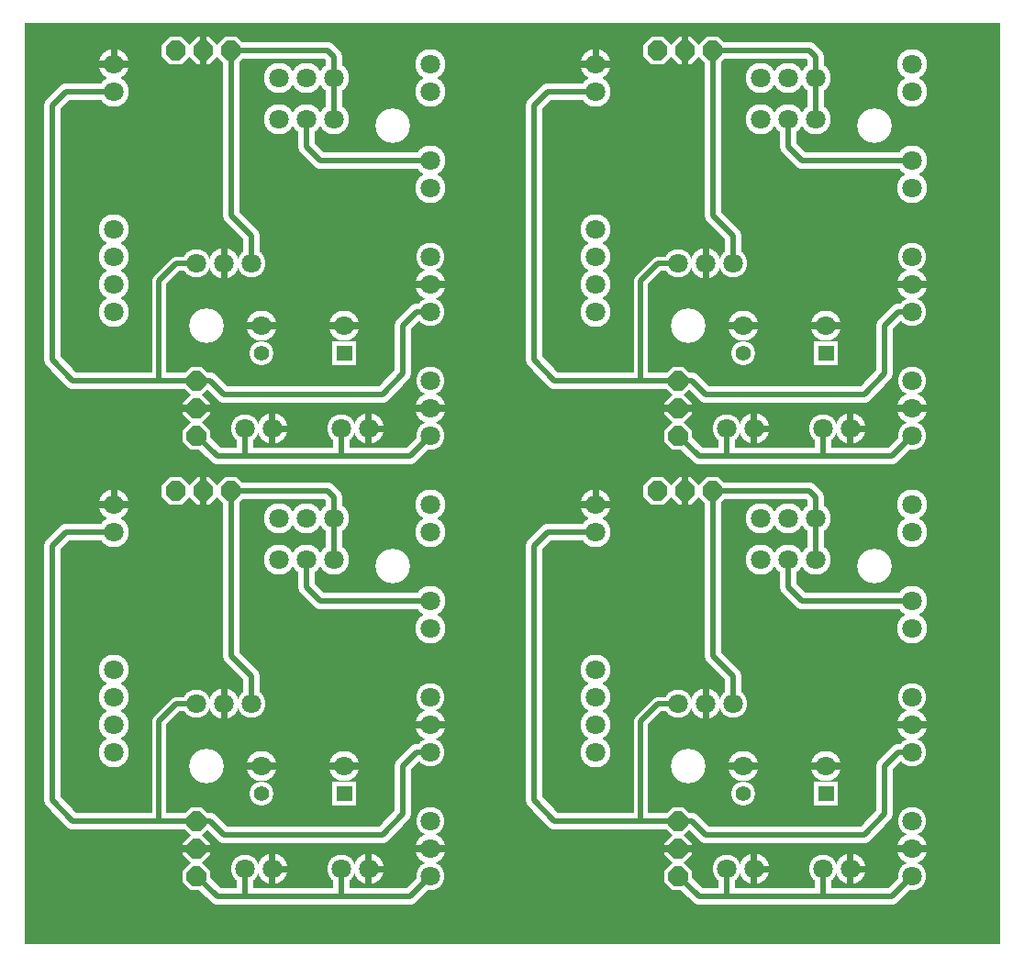
<source format=gbr>
%FSLAX34Y34*%
%MOMM*%
%LNCOPPER_BOTTOM*%
G71*
G01*
%ADD10C, 2.600*%
%ADD11C, 2.200*%
%ADD12C, 2.800*%
%ADD13C, 1.500*%
%ADD14C, 3.200*%
%ADD15C, 1.300*%
%ADD16C, 0.600*%
%ADD17C, 1.800*%
%ADD18C, 1.400*%
%ADD19C, 0.500*%
%LPD*%
G36*
X-6350Y9525D02*
X893650Y9525D01*
X893650Y-840475D01*
X-6350Y-840475D01*
X-6350Y9525D01*
G37*
%LPC*%
G36*
X147005Y-384475D02*
X139400Y-376870D01*
X139400Y-366080D01*
X147005Y-358475D01*
X157795Y-358475D01*
X165400Y-366080D01*
X165400Y-376870D01*
X157795Y-384475D01*
X147005Y-384475D01*
G37*
G36*
X147005Y-359075D02*
X139400Y-351470D01*
X139400Y-340680D01*
X147005Y-333075D01*
X157795Y-333075D01*
X165400Y-340680D01*
X165400Y-351470D01*
X157795Y-359075D01*
X147005Y-359075D01*
G37*
G36*
X147005Y-333675D02*
X139400Y-326070D01*
X139400Y-315280D01*
X147005Y-307675D01*
X157795Y-307675D01*
X165400Y-315280D01*
X165400Y-326070D01*
X157795Y-333675D01*
X147005Y-333675D01*
G37*
G36*
X147005Y-359075D02*
X139400Y-351470D01*
X139400Y-340680D01*
X147005Y-333075D01*
X157795Y-333075D01*
X165400Y-340680D01*
X165400Y-351470D01*
X157795Y-359075D01*
X147005Y-359075D01*
G37*
X152400Y-212724D02*
G54D10*
D03*
X177800Y-212724D02*
G54D10*
D03*
X203200Y-212724D02*
G54D10*
D03*
X368300Y-320675D02*
G54D10*
D03*
X368300Y-346075D02*
G54D10*
D03*
X368300Y-371475D02*
G54D10*
D03*
X368300Y-206375D02*
G54D10*
D03*
X368300Y-231775D02*
G54D10*
D03*
X368300Y-257175D02*
G54D10*
D03*
G36*
X277925Y-306275D02*
X277925Y-284275D01*
X299925Y-284275D01*
X299925Y-306275D01*
X277925Y-306275D01*
G37*
X288925Y-269875D02*
G54D11*
D03*
X212725Y-269875D02*
G54D11*
D03*
X212725Y-295275D02*
G54D11*
D03*
X285750Y-365125D02*
G54D10*
D03*
X311150Y-365125D02*
G54D10*
D03*
X76200Y-53975D02*
G54D12*
D03*
X76200Y-28575D02*
G54D12*
D03*
X368300Y-28575D02*
G54D12*
D03*
X368300Y-53975D02*
G54D12*
D03*
X368300Y-117475D02*
G54D12*
D03*
X368300Y-142875D02*
G54D12*
D03*
G36*
X197150Y-21270D02*
X189545Y-28875D01*
X178755Y-28875D01*
X171150Y-21270D01*
X171150Y-10480D01*
X178755Y-2875D01*
X189545Y-2875D01*
X197150Y-10480D01*
X197150Y-21270D01*
G37*
G36*
X171750Y-21270D02*
X164145Y-28875D01*
X153355Y-28875D01*
X145750Y-21270D01*
X145750Y-10480D01*
X153355Y-2875D01*
X164145Y-2875D01*
X171750Y-10480D01*
X171750Y-21270D01*
G37*
G36*
X146350Y-21270D02*
X138745Y-28875D01*
X127955Y-28875D01*
X120350Y-21270D01*
X120350Y-10480D01*
X127955Y-2875D01*
X138745Y-2875D01*
X146350Y-10480D01*
X146350Y-21270D01*
G37*
G36*
X171750Y-21270D02*
X164145Y-28875D01*
X153355Y-28875D01*
X145750Y-21270D01*
X145750Y-10480D01*
X153355Y-2875D01*
X164145Y-2875D01*
X171750Y-10480D01*
X171750Y-21270D01*
G37*
X196850Y-365125D02*
G54D10*
D03*
X222250Y-365125D02*
G54D10*
D03*
X76200Y-180975D02*
G54D12*
D03*
X76200Y-206375D02*
G54D12*
D03*
X76200Y-231775D02*
G54D12*
D03*
X76200Y-257175D02*
G54D12*
D03*
X279400Y-41275D02*
G54D12*
D03*
X254000Y-41275D02*
G54D12*
D03*
X228600Y-41275D02*
G54D12*
D03*
X279400Y-79375D02*
G54D12*
D03*
X254000Y-79375D02*
G54D12*
D03*
X228600Y-79375D02*
G54D12*
D03*
G54D13*
X152400Y-371475D02*
X171450Y-390525D01*
X349250Y-390525D01*
X368300Y-371475D01*
G54D13*
X196850Y-365125D02*
X196850Y-390525D01*
G54D13*
X285750Y-365125D02*
X285750Y-390525D01*
G54D13*
X184150Y-15875D02*
X273050Y-15875D01*
X279400Y-22225D01*
X279400Y-79375D01*
G54D13*
X254000Y-79375D02*
X254000Y-104775D01*
X266700Y-117475D01*
X368300Y-117475D01*
G54D13*
X152400Y-320675D02*
X165100Y-320675D01*
X177800Y-333375D01*
X323850Y-333375D01*
X342900Y-314325D01*
X342900Y-269875D01*
X355600Y-257175D01*
X368300Y-257175D01*
G54D13*
X76200Y-53975D02*
X31750Y-53975D01*
X19050Y-66675D01*
X19050Y-301625D01*
X38100Y-320675D01*
X152400Y-320675D01*
G54D13*
X184150Y-15875D02*
X184150Y-168275D01*
X203200Y-187325D01*
X203200Y-215900D01*
X368300Y-231775D02*
G54D12*
D03*
X368300Y-346075D02*
G54D12*
D03*
X311150Y-365125D02*
G54D12*
D03*
X222250Y-365125D02*
G54D12*
D03*
X76200Y-28575D02*
G54D12*
D03*
X288925Y-269875D02*
G54D12*
D03*
X212725Y-269875D02*
G54D12*
D03*
X177800Y-212725D02*
G54D12*
D03*
X161925Y-269875D02*
G54D14*
D03*
X333375Y-85725D02*
G54D14*
D03*
G54D15*
X152400Y-212724D02*
X133351Y-212724D01*
X117475Y-228600D01*
X117475Y-320675D01*
G36*
X591505Y-384475D02*
X583900Y-376870D01*
X583900Y-366080D01*
X591505Y-358475D01*
X602295Y-358475D01*
X609900Y-366080D01*
X609900Y-376870D01*
X602295Y-384475D01*
X591505Y-384475D01*
G37*
G36*
X591505Y-359075D02*
X583900Y-351470D01*
X583900Y-340680D01*
X591505Y-333075D01*
X602295Y-333075D01*
X609900Y-340680D01*
X609900Y-351470D01*
X602295Y-359075D01*
X591505Y-359075D01*
G37*
G36*
X591505Y-333675D02*
X583900Y-326070D01*
X583900Y-315280D01*
X591505Y-307675D01*
X602295Y-307675D01*
X609900Y-315280D01*
X609900Y-326070D01*
X602295Y-333675D01*
X591505Y-333675D01*
G37*
G36*
X591505Y-359075D02*
X583900Y-351470D01*
X583900Y-340680D01*
X591505Y-333075D01*
X602295Y-333075D01*
X609900Y-340680D01*
X609900Y-351470D01*
X602295Y-359075D01*
X591505Y-359075D01*
G37*
X596900Y-212724D02*
G54D10*
D03*
X622300Y-212724D02*
G54D10*
D03*
X647700Y-212724D02*
G54D10*
D03*
X812800Y-320675D02*
G54D10*
D03*
X812800Y-346075D02*
G54D10*
D03*
X812800Y-371475D02*
G54D10*
D03*
X812800Y-206375D02*
G54D10*
D03*
X812800Y-231775D02*
G54D10*
D03*
X812800Y-257175D02*
G54D10*
D03*
G36*
X722425Y-306275D02*
X722425Y-284275D01*
X744425Y-284275D01*
X744425Y-306275D01*
X722425Y-306275D01*
G37*
X733425Y-269875D02*
G54D11*
D03*
X657225Y-269875D02*
G54D11*
D03*
X657225Y-295275D02*
G54D11*
D03*
X730250Y-365125D02*
G54D10*
D03*
X755650Y-365125D02*
G54D10*
D03*
X520700Y-53975D02*
G54D12*
D03*
X520700Y-28575D02*
G54D12*
D03*
X812800Y-28575D02*
G54D12*
D03*
X812800Y-53975D02*
G54D12*
D03*
X812800Y-117475D02*
G54D12*
D03*
X812800Y-142875D02*
G54D12*
D03*
G36*
X641650Y-21270D02*
X634045Y-28875D01*
X623255Y-28875D01*
X615650Y-21270D01*
X615650Y-10480D01*
X623255Y-2875D01*
X634045Y-2875D01*
X641650Y-10480D01*
X641650Y-21270D01*
G37*
G36*
X616250Y-21270D02*
X608645Y-28875D01*
X597855Y-28875D01*
X590250Y-21270D01*
X590250Y-10480D01*
X597855Y-2875D01*
X608645Y-2875D01*
X616250Y-10480D01*
X616250Y-21270D01*
G37*
G36*
X590850Y-21270D02*
X583245Y-28875D01*
X572455Y-28875D01*
X564850Y-21270D01*
X564850Y-10480D01*
X572455Y-2875D01*
X583245Y-2875D01*
X590850Y-10480D01*
X590850Y-21270D01*
G37*
G36*
X616250Y-21270D02*
X608645Y-28875D01*
X597855Y-28875D01*
X590250Y-21270D01*
X590250Y-10480D01*
X597855Y-2875D01*
X608645Y-2875D01*
X616250Y-10480D01*
X616250Y-21270D01*
G37*
X641350Y-365125D02*
G54D10*
D03*
X666750Y-365125D02*
G54D10*
D03*
X520700Y-180975D02*
G54D12*
D03*
X520700Y-206375D02*
G54D12*
D03*
X520700Y-231775D02*
G54D12*
D03*
X520700Y-257175D02*
G54D12*
D03*
X723900Y-41275D02*
G54D12*
D03*
X698500Y-41275D02*
G54D12*
D03*
X673100Y-41275D02*
G54D12*
D03*
X723900Y-79375D02*
G54D12*
D03*
X698500Y-79375D02*
G54D12*
D03*
X673100Y-79375D02*
G54D12*
D03*
G54D13*
X596900Y-371475D02*
X615950Y-390525D01*
X793750Y-390525D01*
X812800Y-371475D01*
G54D13*
X641350Y-365125D02*
X641350Y-390525D01*
G54D13*
X730250Y-365125D02*
X730250Y-390525D01*
G54D13*
X628650Y-15875D02*
X717550Y-15875D01*
X723900Y-22225D01*
X723900Y-79375D01*
G54D13*
X698500Y-79375D02*
X698500Y-104775D01*
X711200Y-117475D01*
X812800Y-117475D01*
G54D13*
X596900Y-320675D02*
X609600Y-320675D01*
X622300Y-333375D01*
X768350Y-333375D01*
X787400Y-314325D01*
X787400Y-269875D01*
X800100Y-257175D01*
X812800Y-257175D01*
G54D13*
X520700Y-53975D02*
X476250Y-53975D01*
X463550Y-66675D01*
X463550Y-301625D01*
X482600Y-320675D01*
X596900Y-320675D01*
G54D13*
X628650Y-15875D02*
X628650Y-168275D01*
X647700Y-187325D01*
X647700Y-215900D01*
X812800Y-231775D02*
G54D12*
D03*
X812800Y-346075D02*
G54D12*
D03*
X755650Y-365125D02*
G54D12*
D03*
X666750Y-365125D02*
G54D12*
D03*
X520700Y-28575D02*
G54D12*
D03*
X733425Y-269875D02*
G54D12*
D03*
X657225Y-269875D02*
G54D12*
D03*
X622300Y-212725D02*
G54D12*
D03*
X606425Y-269875D02*
G54D14*
D03*
X777875Y-85725D02*
G54D14*
D03*
G54D15*
X596900Y-212724D02*
X577851Y-212724D01*
X561975Y-228600D01*
X561975Y-320675D01*
G36*
X147005Y-790875D02*
X139400Y-783270D01*
X139400Y-772480D01*
X147005Y-764875D01*
X157795Y-764875D01*
X165400Y-772480D01*
X165400Y-783270D01*
X157795Y-790875D01*
X147005Y-790875D01*
G37*
G36*
X147005Y-765475D02*
X139400Y-757870D01*
X139400Y-747080D01*
X147005Y-739475D01*
X157795Y-739475D01*
X165400Y-747080D01*
X165400Y-757870D01*
X157795Y-765475D01*
X147005Y-765475D01*
G37*
G36*
X147005Y-740075D02*
X139400Y-732470D01*
X139400Y-721680D01*
X147005Y-714075D01*
X157795Y-714075D01*
X165400Y-721680D01*
X165400Y-732470D01*
X157795Y-740075D01*
X147005Y-740075D01*
G37*
G36*
X147005Y-765475D02*
X139400Y-757870D01*
X139400Y-747080D01*
X147005Y-739475D01*
X157795Y-739475D01*
X165400Y-747080D01*
X165400Y-757870D01*
X157795Y-765475D01*
X147005Y-765475D01*
G37*
X152400Y-619124D02*
G54D10*
D03*
X177800Y-619124D02*
G54D10*
D03*
X203200Y-619124D02*
G54D10*
D03*
X368300Y-727075D02*
G54D10*
D03*
X368300Y-752475D02*
G54D10*
D03*
X368300Y-777875D02*
G54D10*
D03*
X368300Y-612775D02*
G54D10*
D03*
X368300Y-638175D02*
G54D10*
D03*
X368300Y-663575D02*
G54D10*
D03*
G36*
X277925Y-712675D02*
X277925Y-690675D01*
X299925Y-690675D01*
X299925Y-712675D01*
X277925Y-712675D01*
G37*
X288925Y-676275D02*
G54D11*
D03*
X212725Y-676275D02*
G54D11*
D03*
X212725Y-701675D02*
G54D11*
D03*
X285750Y-771525D02*
G54D10*
D03*
X311150Y-771525D02*
G54D10*
D03*
X76200Y-460375D02*
G54D12*
D03*
X76200Y-434975D02*
G54D12*
D03*
X368300Y-434975D02*
G54D12*
D03*
X368300Y-460375D02*
G54D12*
D03*
X368300Y-523875D02*
G54D12*
D03*
X368300Y-549275D02*
G54D12*
D03*
G36*
X197150Y-427670D02*
X189545Y-435275D01*
X178755Y-435275D01*
X171150Y-427670D01*
X171150Y-416880D01*
X178755Y-409275D01*
X189545Y-409275D01*
X197150Y-416880D01*
X197150Y-427670D01*
G37*
G36*
X171750Y-427670D02*
X164145Y-435275D01*
X153355Y-435275D01*
X145750Y-427670D01*
X145750Y-416880D01*
X153355Y-409275D01*
X164145Y-409275D01*
X171750Y-416880D01*
X171750Y-427670D01*
G37*
G36*
X146350Y-427670D02*
X138745Y-435275D01*
X127955Y-435275D01*
X120350Y-427670D01*
X120350Y-416880D01*
X127955Y-409275D01*
X138745Y-409275D01*
X146350Y-416880D01*
X146350Y-427670D01*
G37*
G36*
X171750Y-427670D02*
X164145Y-435275D01*
X153355Y-435275D01*
X145750Y-427670D01*
X145750Y-416880D01*
X153355Y-409275D01*
X164145Y-409275D01*
X171750Y-416880D01*
X171750Y-427670D01*
G37*
X196850Y-771525D02*
G54D10*
D03*
X222250Y-771525D02*
G54D10*
D03*
X76200Y-587375D02*
G54D12*
D03*
X76200Y-612775D02*
G54D12*
D03*
X76200Y-638175D02*
G54D12*
D03*
X76200Y-663575D02*
G54D12*
D03*
X279400Y-447675D02*
G54D12*
D03*
X254000Y-447675D02*
G54D12*
D03*
X228600Y-447675D02*
G54D12*
D03*
X279400Y-485775D02*
G54D12*
D03*
X254000Y-485775D02*
G54D12*
D03*
X228600Y-485775D02*
G54D12*
D03*
G54D13*
X152400Y-777875D02*
X171450Y-796925D01*
X349250Y-796925D01*
X368300Y-777875D01*
G54D13*
X196850Y-771525D02*
X196850Y-796925D01*
G54D13*
X285750Y-771525D02*
X285750Y-796925D01*
G54D13*
X184150Y-422275D02*
X273050Y-422275D01*
X279400Y-428625D01*
X279400Y-485775D01*
G54D13*
X254000Y-485775D02*
X254000Y-511175D01*
X266700Y-523875D01*
X368300Y-523875D01*
G54D13*
X152400Y-727075D02*
X165100Y-727075D01*
X177800Y-739775D01*
X323850Y-739775D01*
X342900Y-720725D01*
X342900Y-676275D01*
X355600Y-663575D01*
X368300Y-663575D01*
G54D13*
X76200Y-460375D02*
X31750Y-460375D01*
X19050Y-473075D01*
X19050Y-708025D01*
X38100Y-727075D01*
X152400Y-727075D01*
G54D13*
X184150Y-422275D02*
X184150Y-574675D01*
X203200Y-593725D01*
X203200Y-622300D01*
X368300Y-638175D02*
G54D12*
D03*
X368300Y-752475D02*
G54D12*
D03*
X311150Y-771525D02*
G54D12*
D03*
X222250Y-771525D02*
G54D12*
D03*
X76200Y-434975D02*
G54D12*
D03*
X288925Y-676275D02*
G54D12*
D03*
X212725Y-676275D02*
G54D12*
D03*
X177800Y-619125D02*
G54D12*
D03*
X161925Y-676275D02*
G54D14*
D03*
X333375Y-492125D02*
G54D14*
D03*
G54D15*
X152400Y-619124D02*
X133351Y-619124D01*
X117475Y-635000D01*
X117475Y-727075D01*
G36*
X591505Y-790875D02*
X583900Y-783270D01*
X583900Y-772480D01*
X591505Y-764875D01*
X602295Y-764875D01*
X609900Y-772480D01*
X609900Y-783270D01*
X602295Y-790875D01*
X591505Y-790875D01*
G37*
G36*
X591505Y-765475D02*
X583900Y-757870D01*
X583900Y-747080D01*
X591505Y-739475D01*
X602295Y-739475D01*
X609900Y-747080D01*
X609900Y-757870D01*
X602295Y-765475D01*
X591505Y-765475D01*
G37*
G36*
X591505Y-740075D02*
X583900Y-732470D01*
X583900Y-721680D01*
X591505Y-714075D01*
X602295Y-714075D01*
X609900Y-721680D01*
X609900Y-732470D01*
X602295Y-740075D01*
X591505Y-740075D01*
G37*
G36*
X591505Y-765475D02*
X583900Y-757870D01*
X583900Y-747080D01*
X591505Y-739475D01*
X602295Y-739475D01*
X609900Y-747080D01*
X609900Y-757870D01*
X602295Y-765475D01*
X591505Y-765475D01*
G37*
X596900Y-619124D02*
G54D10*
D03*
X622300Y-619124D02*
G54D10*
D03*
X647700Y-619124D02*
G54D10*
D03*
X812800Y-727075D02*
G54D10*
D03*
X812800Y-752475D02*
G54D10*
D03*
X812800Y-777875D02*
G54D10*
D03*
X812800Y-612775D02*
G54D10*
D03*
X812800Y-638175D02*
G54D10*
D03*
X812800Y-663575D02*
G54D10*
D03*
G36*
X722425Y-712675D02*
X722425Y-690675D01*
X744425Y-690675D01*
X744425Y-712675D01*
X722425Y-712675D01*
G37*
X733425Y-676275D02*
G54D11*
D03*
X657225Y-676275D02*
G54D11*
D03*
X657225Y-701675D02*
G54D11*
D03*
X730250Y-771525D02*
G54D10*
D03*
X755650Y-771525D02*
G54D10*
D03*
X520700Y-460375D02*
G54D12*
D03*
X520700Y-434975D02*
G54D12*
D03*
X812800Y-434975D02*
G54D12*
D03*
X812800Y-460375D02*
G54D12*
D03*
X812800Y-523875D02*
G54D12*
D03*
X812800Y-549275D02*
G54D12*
D03*
G36*
X641650Y-427670D02*
X634045Y-435275D01*
X623255Y-435275D01*
X615650Y-427670D01*
X615650Y-416880D01*
X623255Y-409275D01*
X634045Y-409275D01*
X641650Y-416880D01*
X641650Y-427670D01*
G37*
G36*
X616250Y-427670D02*
X608645Y-435275D01*
X597855Y-435275D01*
X590250Y-427670D01*
X590250Y-416880D01*
X597855Y-409275D01*
X608645Y-409275D01*
X616250Y-416880D01*
X616250Y-427670D01*
G37*
G36*
X590850Y-427670D02*
X583245Y-435275D01*
X572455Y-435275D01*
X564850Y-427670D01*
X564850Y-416880D01*
X572455Y-409275D01*
X583245Y-409275D01*
X590850Y-416880D01*
X590850Y-427670D01*
G37*
G36*
X616250Y-427670D02*
X608645Y-435275D01*
X597855Y-435275D01*
X590250Y-427670D01*
X590250Y-416880D01*
X597855Y-409275D01*
X608645Y-409275D01*
X616250Y-416880D01*
X616250Y-427670D01*
G37*
X641350Y-771525D02*
G54D10*
D03*
X666750Y-771525D02*
G54D10*
D03*
X520700Y-587375D02*
G54D12*
D03*
X520700Y-612775D02*
G54D12*
D03*
X520700Y-638175D02*
G54D12*
D03*
X520700Y-663575D02*
G54D12*
D03*
X723900Y-447675D02*
G54D12*
D03*
X698500Y-447675D02*
G54D12*
D03*
X673100Y-447675D02*
G54D12*
D03*
X723900Y-485775D02*
G54D12*
D03*
X698500Y-485775D02*
G54D12*
D03*
X673100Y-485775D02*
G54D12*
D03*
G54D13*
X596900Y-777875D02*
X615950Y-796925D01*
X793750Y-796925D01*
X812800Y-777875D01*
G54D13*
X641350Y-771525D02*
X641350Y-796925D01*
G54D13*
X730250Y-771525D02*
X730250Y-796925D01*
G54D13*
X628650Y-422275D02*
X717550Y-422275D01*
X723900Y-428625D01*
X723900Y-485775D01*
G54D13*
X698500Y-485775D02*
X698500Y-511175D01*
X711200Y-523875D01*
X812800Y-523875D01*
G54D13*
X596900Y-727075D02*
X609600Y-727075D01*
X622300Y-739775D01*
X768350Y-739775D01*
X787400Y-720725D01*
X787400Y-676275D01*
X800100Y-663575D01*
X812800Y-663575D01*
G54D13*
X520700Y-460375D02*
X476250Y-460375D01*
X463550Y-473075D01*
X463550Y-708025D01*
X482600Y-727075D01*
X596900Y-727075D01*
G54D13*
X628650Y-422275D02*
X628650Y-574675D01*
X647700Y-593725D01*
X647700Y-622300D01*
X812800Y-638175D02*
G54D12*
D03*
X812800Y-752475D02*
G54D12*
D03*
X755650Y-771525D02*
G54D12*
D03*
X666750Y-771525D02*
G54D12*
D03*
X520700Y-434975D02*
G54D12*
D03*
X733425Y-676275D02*
G54D12*
D03*
X657225Y-676275D02*
G54D12*
D03*
X622300Y-619125D02*
G54D12*
D03*
X606425Y-676275D02*
G54D14*
D03*
X777875Y-492125D02*
G54D14*
D03*
G54D15*
X596900Y-619124D02*
X577851Y-619124D01*
X561975Y-635000D01*
X561975Y-727075D01*
%LPD*%
G54D16*
G36*
X152400Y-349075D02*
X138900Y-349075D01*
X138900Y-343075D01*
X152400Y-343075D01*
X152400Y-349075D01*
G37*
G36*
X152400Y-343075D02*
X165900Y-343075D01*
X165900Y-349075D01*
X152400Y-349075D01*
X152400Y-343075D01*
G37*
G54D16*
G36*
X161750Y-15875D02*
X161750Y-29375D01*
X155750Y-29375D01*
X155750Y-15875D01*
X161750Y-15875D01*
G37*
G36*
X155750Y-15875D02*
X155750Y-2375D01*
X161750Y-2375D01*
X161750Y-15875D01*
X155750Y-15875D01*
G37*
G54D16*
G36*
X368300Y-228775D02*
X382800Y-228775D01*
X382800Y-234775D01*
X368300Y-234775D01*
X368300Y-228775D01*
G37*
G36*
X368300Y-234775D02*
X353800Y-234775D01*
X353800Y-228775D01*
X368300Y-228775D01*
X368300Y-234775D01*
G37*
G54D16*
G36*
X368300Y-343075D02*
X382800Y-343075D01*
X382800Y-349075D01*
X368300Y-349075D01*
X368300Y-343075D01*
G37*
G36*
X368300Y-349075D02*
X353800Y-349075D01*
X353800Y-343075D01*
X368300Y-343075D01*
X368300Y-349075D01*
G37*
G54D16*
G36*
X308150Y-365125D02*
X308150Y-350625D01*
X314150Y-350625D01*
X314150Y-365125D01*
X308150Y-365125D01*
G37*
G36*
X311150Y-362125D02*
X325650Y-362125D01*
X325650Y-368125D01*
X311150Y-368125D01*
X311150Y-362125D01*
G37*
G36*
X314150Y-365125D02*
X314150Y-379625D01*
X308150Y-379625D01*
X308150Y-365125D01*
X314150Y-365125D01*
G37*
G54D16*
G36*
X219250Y-365125D02*
X219250Y-350625D01*
X225250Y-350625D01*
X225250Y-365125D01*
X219250Y-365125D01*
G37*
G36*
X222250Y-362125D02*
X236750Y-362125D01*
X236750Y-368125D01*
X222250Y-368125D01*
X222250Y-362125D01*
G37*
G36*
X225250Y-365125D02*
X225250Y-379625D01*
X219250Y-379625D01*
X219250Y-365125D01*
X225250Y-365125D01*
G37*
G54D16*
G36*
X73200Y-28575D02*
X73200Y-14075D01*
X79200Y-14075D01*
X79200Y-28575D01*
X73200Y-28575D01*
G37*
G36*
X76200Y-25575D02*
X90700Y-25575D01*
X90700Y-31575D01*
X76200Y-31575D01*
X76200Y-25575D01*
G37*
G36*
X76200Y-31575D02*
X61700Y-31575D01*
X61700Y-25575D01*
X76200Y-25575D01*
X76200Y-31575D01*
G37*
G54D16*
G36*
X288925Y-266875D02*
X303425Y-266875D01*
X303425Y-272875D01*
X288925Y-272875D01*
X288925Y-266875D01*
G37*
G36*
X288925Y-272875D02*
X274425Y-272875D01*
X274425Y-266875D01*
X288925Y-266875D01*
X288925Y-272875D01*
G37*
G54D16*
G36*
X212725Y-266875D02*
X227225Y-266875D01*
X227225Y-272875D01*
X212725Y-272875D01*
X212725Y-266875D01*
G37*
G36*
X212725Y-272875D02*
X198225Y-272875D01*
X198225Y-266875D01*
X212725Y-266875D01*
X212725Y-272875D01*
G37*
G54D16*
G36*
X174800Y-212725D02*
X174800Y-198225D01*
X180800Y-198225D01*
X180800Y-212725D01*
X174800Y-212725D01*
G37*
G36*
X180800Y-212725D02*
X180800Y-227225D01*
X174800Y-227225D01*
X174800Y-212725D01*
X180800Y-212725D01*
G37*
G54D16*
G36*
X596900Y-349075D02*
X583400Y-349075D01*
X583400Y-343075D01*
X596900Y-343075D01*
X596900Y-349075D01*
G37*
G36*
X596900Y-343075D02*
X610400Y-343075D01*
X610400Y-349075D01*
X596900Y-349075D01*
X596900Y-343075D01*
G37*
G54D16*
G36*
X606250Y-15875D02*
X606250Y-29375D01*
X600250Y-29375D01*
X600250Y-15875D01*
X606250Y-15875D01*
G37*
G36*
X600250Y-15875D02*
X600250Y-2375D01*
X606250Y-2375D01*
X606250Y-15875D01*
X600250Y-15875D01*
G37*
G54D16*
G36*
X812800Y-228775D02*
X827300Y-228775D01*
X827300Y-234775D01*
X812800Y-234775D01*
X812800Y-228775D01*
G37*
G36*
X812800Y-234775D02*
X798300Y-234775D01*
X798300Y-228775D01*
X812800Y-228775D01*
X812800Y-234775D01*
G37*
G54D16*
G36*
X812800Y-343075D02*
X827300Y-343075D01*
X827300Y-349075D01*
X812800Y-349075D01*
X812800Y-343075D01*
G37*
G36*
X812800Y-349075D02*
X798300Y-349075D01*
X798300Y-343075D01*
X812800Y-343075D01*
X812800Y-349075D01*
G37*
G54D16*
G36*
X752650Y-365125D02*
X752650Y-350625D01*
X758650Y-350625D01*
X758650Y-365125D01*
X752650Y-365125D01*
G37*
G36*
X755650Y-362125D02*
X770150Y-362125D01*
X770150Y-368125D01*
X755650Y-368125D01*
X755650Y-362125D01*
G37*
G36*
X758650Y-365125D02*
X758650Y-379625D01*
X752650Y-379625D01*
X752650Y-365125D01*
X758650Y-365125D01*
G37*
G54D16*
G36*
X663750Y-365125D02*
X663750Y-350625D01*
X669750Y-350625D01*
X669750Y-365125D01*
X663750Y-365125D01*
G37*
G36*
X666750Y-362125D02*
X681250Y-362125D01*
X681250Y-368125D01*
X666750Y-368125D01*
X666750Y-362125D01*
G37*
G36*
X669750Y-365125D02*
X669750Y-379625D01*
X663750Y-379625D01*
X663750Y-365125D01*
X669750Y-365125D01*
G37*
G54D16*
G36*
X517700Y-28575D02*
X517700Y-14075D01*
X523700Y-14075D01*
X523700Y-28575D01*
X517700Y-28575D01*
G37*
G36*
X520700Y-25575D02*
X535200Y-25575D01*
X535200Y-31575D01*
X520700Y-31575D01*
X520700Y-25575D01*
G37*
G36*
X520700Y-31575D02*
X506200Y-31575D01*
X506200Y-25575D01*
X520700Y-25575D01*
X520700Y-31575D01*
G37*
G54D16*
G36*
X733425Y-266875D02*
X747925Y-266875D01*
X747925Y-272875D01*
X733425Y-272875D01*
X733425Y-266875D01*
G37*
G36*
X733425Y-272875D02*
X718925Y-272875D01*
X718925Y-266875D01*
X733425Y-266875D01*
X733425Y-272875D01*
G37*
G54D16*
G36*
X657225Y-266875D02*
X671725Y-266875D01*
X671725Y-272875D01*
X657225Y-272875D01*
X657225Y-266875D01*
G37*
G36*
X657225Y-272875D02*
X642725Y-272875D01*
X642725Y-266875D01*
X657225Y-266875D01*
X657225Y-272875D01*
G37*
G54D16*
G36*
X619300Y-212725D02*
X619300Y-198225D01*
X625300Y-198225D01*
X625300Y-212725D01*
X619300Y-212725D01*
G37*
G36*
X625300Y-212725D02*
X625300Y-227225D01*
X619300Y-227225D01*
X619300Y-212725D01*
X625300Y-212725D01*
G37*
G54D16*
G36*
X152400Y-755475D02*
X138900Y-755475D01*
X138900Y-749475D01*
X152400Y-749475D01*
X152400Y-755475D01*
G37*
G36*
X152400Y-749475D02*
X165900Y-749475D01*
X165900Y-755475D01*
X152400Y-755475D01*
X152400Y-749475D01*
G37*
G54D16*
G36*
X161750Y-422275D02*
X161750Y-435775D01*
X155750Y-435775D01*
X155750Y-422275D01*
X161750Y-422275D01*
G37*
G36*
X155750Y-422275D02*
X155750Y-408775D01*
X161750Y-408775D01*
X161750Y-422275D01*
X155750Y-422275D01*
G37*
G54D16*
G36*
X368300Y-635175D02*
X382800Y-635175D01*
X382800Y-641175D01*
X368300Y-641175D01*
X368300Y-635175D01*
G37*
G36*
X368300Y-641175D02*
X353800Y-641175D01*
X353800Y-635175D01*
X368300Y-635175D01*
X368300Y-641175D01*
G37*
G54D16*
G36*
X368300Y-749475D02*
X382800Y-749475D01*
X382800Y-755475D01*
X368300Y-755475D01*
X368300Y-749475D01*
G37*
G36*
X368300Y-755475D02*
X353800Y-755475D01*
X353800Y-749475D01*
X368300Y-749475D01*
X368300Y-755475D01*
G37*
G54D16*
G36*
X308150Y-771525D02*
X308150Y-757025D01*
X314150Y-757025D01*
X314150Y-771525D01*
X308150Y-771525D01*
G37*
G36*
X311150Y-768525D02*
X325650Y-768525D01*
X325650Y-774525D01*
X311150Y-774525D01*
X311150Y-768525D01*
G37*
G36*
X314150Y-771525D02*
X314150Y-786025D01*
X308150Y-786025D01*
X308150Y-771525D01*
X314150Y-771525D01*
G37*
G54D16*
G36*
X219250Y-771525D02*
X219250Y-757025D01*
X225250Y-757025D01*
X225250Y-771525D01*
X219250Y-771525D01*
G37*
G36*
X222250Y-768525D02*
X236750Y-768525D01*
X236750Y-774525D01*
X222250Y-774525D01*
X222250Y-768525D01*
G37*
G36*
X225250Y-771525D02*
X225250Y-786025D01*
X219250Y-786025D01*
X219250Y-771525D01*
X225250Y-771525D01*
G37*
G54D16*
G36*
X73200Y-434975D02*
X73200Y-420475D01*
X79200Y-420475D01*
X79200Y-434975D01*
X73200Y-434975D01*
G37*
G36*
X76200Y-431975D02*
X90700Y-431975D01*
X90700Y-437975D01*
X76200Y-437975D01*
X76200Y-431975D01*
G37*
G36*
X76200Y-437975D02*
X61700Y-437975D01*
X61700Y-431975D01*
X76200Y-431975D01*
X76200Y-437975D01*
G37*
G54D16*
G36*
X288925Y-673275D02*
X303425Y-673275D01*
X303425Y-679275D01*
X288925Y-679275D01*
X288925Y-673275D01*
G37*
G36*
X288925Y-679275D02*
X274425Y-679275D01*
X274425Y-673275D01*
X288925Y-673275D01*
X288925Y-679275D01*
G37*
G54D16*
G36*
X212725Y-673275D02*
X227225Y-673275D01*
X227225Y-679275D01*
X212725Y-679275D01*
X212725Y-673275D01*
G37*
G36*
X212725Y-679275D02*
X198225Y-679275D01*
X198225Y-673275D01*
X212725Y-673275D01*
X212725Y-679275D01*
G37*
G54D16*
G36*
X174800Y-619125D02*
X174800Y-604625D01*
X180800Y-604625D01*
X180800Y-619125D01*
X174800Y-619125D01*
G37*
G36*
X180800Y-619125D02*
X180800Y-633625D01*
X174800Y-633625D01*
X174800Y-619125D01*
X180800Y-619125D01*
G37*
G54D16*
G36*
X596900Y-755475D02*
X583400Y-755475D01*
X583400Y-749475D01*
X596900Y-749475D01*
X596900Y-755475D01*
G37*
G36*
X596900Y-749475D02*
X610400Y-749475D01*
X610400Y-755475D01*
X596900Y-755475D01*
X596900Y-749475D01*
G37*
G54D16*
G36*
X606250Y-422275D02*
X606250Y-435775D01*
X600250Y-435775D01*
X600250Y-422275D01*
X606250Y-422275D01*
G37*
G36*
X600250Y-422275D02*
X600250Y-408775D01*
X606250Y-408775D01*
X606250Y-422275D01*
X600250Y-422275D01*
G37*
G54D16*
G36*
X812800Y-635175D02*
X827300Y-635175D01*
X827300Y-641175D01*
X812800Y-641175D01*
X812800Y-635175D01*
G37*
G36*
X812800Y-641175D02*
X798300Y-641175D01*
X798300Y-635175D01*
X812800Y-635175D01*
X812800Y-641175D01*
G37*
G54D16*
G36*
X812800Y-749475D02*
X827300Y-749475D01*
X827300Y-755475D01*
X812800Y-755475D01*
X812800Y-749475D01*
G37*
G36*
X812800Y-755475D02*
X798300Y-755475D01*
X798300Y-749475D01*
X812800Y-749475D01*
X812800Y-755475D01*
G37*
G54D16*
G36*
X752650Y-771525D02*
X752650Y-757025D01*
X758650Y-757025D01*
X758650Y-771525D01*
X752650Y-771525D01*
G37*
G36*
X755650Y-768525D02*
X770150Y-768525D01*
X770150Y-774525D01*
X755650Y-774525D01*
X755650Y-768525D01*
G37*
G36*
X758650Y-771525D02*
X758650Y-786025D01*
X752650Y-786025D01*
X752650Y-771525D01*
X758650Y-771525D01*
G37*
G54D16*
G36*
X663750Y-771525D02*
X663750Y-757025D01*
X669750Y-757025D01*
X669750Y-771525D01*
X663750Y-771525D01*
G37*
G36*
X666750Y-768525D02*
X681250Y-768525D01*
X681250Y-774525D01*
X666750Y-774525D01*
X666750Y-768525D01*
G37*
G36*
X669750Y-771525D02*
X669750Y-786025D01*
X663750Y-786025D01*
X663750Y-771525D01*
X669750Y-771525D01*
G37*
G54D16*
G36*
X517700Y-434975D02*
X517700Y-420475D01*
X523700Y-420475D01*
X523700Y-434975D01*
X517700Y-434975D01*
G37*
G36*
X520700Y-431975D02*
X535200Y-431975D01*
X535200Y-437975D01*
X520700Y-437975D01*
X520700Y-431975D01*
G37*
G36*
X520700Y-437975D02*
X506200Y-437975D01*
X506200Y-431975D01*
X520700Y-431975D01*
X520700Y-437975D01*
G37*
G54D16*
G36*
X733425Y-673275D02*
X747925Y-673275D01*
X747925Y-679275D01*
X733425Y-679275D01*
X733425Y-673275D01*
G37*
G36*
X733425Y-679275D02*
X718925Y-679275D01*
X718925Y-673275D01*
X733425Y-673275D01*
X733425Y-679275D01*
G37*
G54D16*
G36*
X657225Y-673275D02*
X671725Y-673275D01*
X671725Y-679275D01*
X657225Y-679275D01*
X657225Y-673275D01*
G37*
G36*
X657225Y-679275D02*
X642725Y-679275D01*
X642725Y-673275D01*
X657225Y-673275D01*
X657225Y-679275D01*
G37*
G54D16*
G36*
X619300Y-619125D02*
X619300Y-604625D01*
X625300Y-604625D01*
X625300Y-619125D01*
X619300Y-619125D01*
G37*
G36*
X625300Y-619125D02*
X625300Y-633625D01*
X619300Y-633625D01*
X619300Y-619125D01*
X625300Y-619125D01*
G37*
G36*
X148665Y-380475D02*
X143400Y-375210D01*
X143400Y-367740D01*
X148665Y-362475D01*
X156135Y-362475D01*
X161400Y-367740D01*
X161400Y-375210D01*
X156135Y-380475D01*
X148665Y-380475D01*
G37*
G36*
X148665Y-355075D02*
X143400Y-349810D01*
X143400Y-342340D01*
X148665Y-337075D01*
X156135Y-337075D01*
X161400Y-342340D01*
X161400Y-349810D01*
X156135Y-355075D01*
X148665Y-355075D01*
G37*
G36*
X148665Y-329675D02*
X143400Y-324410D01*
X143400Y-316940D01*
X148665Y-311675D01*
X156135Y-311675D01*
X161400Y-316940D01*
X161400Y-324410D01*
X156135Y-329675D01*
X148665Y-329675D01*
G37*
G36*
X148665Y-355075D02*
X143400Y-349810D01*
X143400Y-342340D01*
X148665Y-337075D01*
X156135Y-337075D01*
X161400Y-342340D01*
X161400Y-349810D01*
X156135Y-355075D01*
X148665Y-355075D01*
G37*
X152400Y-212724D02*
G54D17*
D03*
X177800Y-212724D02*
G54D17*
D03*
X203200Y-212724D02*
G54D17*
D03*
X368300Y-320675D02*
G54D17*
D03*
X368300Y-346075D02*
G54D17*
D03*
X368300Y-371475D02*
G54D17*
D03*
X368300Y-206375D02*
G54D17*
D03*
X368300Y-231775D02*
G54D17*
D03*
X368300Y-257175D02*
G54D17*
D03*
G36*
X281925Y-302275D02*
X281925Y-288275D01*
X295925Y-288275D01*
X295925Y-302275D01*
X281925Y-302275D01*
G37*
X288925Y-269875D02*
G54D18*
D03*
X212725Y-269875D02*
G54D18*
D03*
X212725Y-295275D02*
G54D18*
D03*
X285750Y-365125D02*
G54D17*
D03*
X311150Y-365125D02*
G54D17*
D03*
X76200Y-53975D02*
G54D17*
D03*
X76200Y-28575D02*
G54D17*
D03*
X368300Y-28575D02*
G54D17*
D03*
X368300Y-53975D02*
G54D17*
D03*
X368300Y-117475D02*
G54D17*
D03*
X368300Y-142875D02*
G54D17*
D03*
G36*
X193150Y-19610D02*
X187885Y-24875D01*
X180415Y-24875D01*
X175150Y-19610D01*
X175150Y-12140D01*
X180415Y-6875D01*
X187885Y-6875D01*
X193150Y-12140D01*
X193150Y-19610D01*
G37*
G36*
X167750Y-19610D02*
X162485Y-24875D01*
X155015Y-24875D01*
X149750Y-19610D01*
X149750Y-12140D01*
X155015Y-6875D01*
X162485Y-6875D01*
X167750Y-12140D01*
X167750Y-19610D01*
G37*
G36*
X142350Y-19610D02*
X137085Y-24875D01*
X129615Y-24875D01*
X124350Y-19610D01*
X124350Y-12140D01*
X129615Y-6875D01*
X137085Y-6875D01*
X142350Y-12140D01*
X142350Y-19610D01*
G37*
G36*
X167750Y-19610D02*
X162485Y-24875D01*
X155015Y-24875D01*
X149750Y-19610D01*
X149750Y-12140D01*
X155015Y-6875D01*
X162485Y-6875D01*
X167750Y-12140D01*
X167750Y-19610D01*
G37*
X196850Y-365125D02*
G54D17*
D03*
X222250Y-365125D02*
G54D17*
D03*
X76200Y-180975D02*
G54D17*
D03*
X76200Y-206375D02*
G54D17*
D03*
X76200Y-231775D02*
G54D17*
D03*
X76200Y-257175D02*
G54D17*
D03*
X279400Y-41275D02*
G54D17*
D03*
X254000Y-41275D02*
G54D17*
D03*
X228600Y-41275D02*
G54D17*
D03*
X279400Y-79375D02*
G54D17*
D03*
X254000Y-79375D02*
G54D17*
D03*
X228600Y-79375D02*
G54D17*
D03*
G54D19*
X152400Y-371475D02*
X171450Y-390525D01*
X349250Y-390525D01*
X368300Y-371475D01*
G54D19*
X196850Y-365125D02*
X196850Y-390525D01*
G54D19*
X285750Y-365125D02*
X285750Y-390525D01*
G54D19*
X184150Y-15875D02*
X273050Y-15875D01*
X279400Y-22225D01*
X279400Y-79375D01*
G54D19*
X254000Y-79375D02*
X254000Y-104775D01*
X266700Y-117475D01*
X368300Y-117475D01*
G54D19*
X152400Y-320675D02*
X165100Y-320675D01*
X177800Y-333375D01*
X323850Y-333375D01*
X342900Y-314325D01*
X342900Y-269875D01*
X355600Y-257175D01*
X368300Y-257175D01*
G54D19*
X76200Y-53975D02*
X31750Y-53975D01*
X19050Y-66675D01*
X19050Y-301625D01*
X38100Y-320675D01*
X152400Y-320675D01*
G54D19*
X184150Y-15875D02*
X184150Y-168275D01*
X203200Y-187325D01*
X203200Y-215900D01*
X368300Y-231775D02*
G54D17*
D03*
X368300Y-346075D02*
G54D17*
D03*
X311150Y-365125D02*
G54D17*
D03*
X222250Y-365125D02*
G54D17*
D03*
X76200Y-28575D02*
G54D17*
D03*
X288925Y-269875D02*
G54D17*
D03*
X212725Y-269875D02*
G54D17*
D03*
X177800Y-212725D02*
G54D17*
D03*
G54D19*
X152400Y-212724D02*
X133351Y-212724D01*
X117475Y-228600D01*
X117475Y-320675D01*
G36*
X593165Y-380475D02*
X587900Y-375210D01*
X587900Y-367740D01*
X593165Y-362475D01*
X600635Y-362475D01*
X605900Y-367740D01*
X605900Y-375210D01*
X600635Y-380475D01*
X593165Y-380475D01*
G37*
G36*
X593165Y-355075D02*
X587900Y-349810D01*
X587900Y-342340D01*
X593165Y-337075D01*
X600635Y-337075D01*
X605900Y-342340D01*
X605900Y-349810D01*
X600635Y-355075D01*
X593165Y-355075D01*
G37*
G36*
X593165Y-329675D02*
X587900Y-324410D01*
X587900Y-316940D01*
X593165Y-311675D01*
X600635Y-311675D01*
X605900Y-316940D01*
X605900Y-324410D01*
X600635Y-329675D01*
X593165Y-329675D01*
G37*
G36*
X593165Y-355075D02*
X587900Y-349810D01*
X587900Y-342340D01*
X593165Y-337075D01*
X600635Y-337075D01*
X605900Y-342340D01*
X605900Y-349810D01*
X600635Y-355075D01*
X593165Y-355075D01*
G37*
X596900Y-212724D02*
G54D17*
D03*
X622300Y-212724D02*
G54D17*
D03*
X647700Y-212724D02*
G54D17*
D03*
X812800Y-320675D02*
G54D17*
D03*
X812800Y-346075D02*
G54D17*
D03*
X812800Y-371475D02*
G54D17*
D03*
X812800Y-206375D02*
G54D17*
D03*
X812800Y-231775D02*
G54D17*
D03*
X812800Y-257175D02*
G54D17*
D03*
G36*
X726425Y-302275D02*
X726425Y-288275D01*
X740425Y-288275D01*
X740425Y-302275D01*
X726425Y-302275D01*
G37*
X733425Y-269875D02*
G54D18*
D03*
X657225Y-269875D02*
G54D18*
D03*
X657225Y-295275D02*
G54D18*
D03*
X730250Y-365125D02*
G54D17*
D03*
X755650Y-365125D02*
G54D17*
D03*
X520700Y-53975D02*
G54D17*
D03*
X520700Y-28575D02*
G54D17*
D03*
X812800Y-28575D02*
G54D17*
D03*
X812800Y-53975D02*
G54D17*
D03*
X812800Y-117475D02*
G54D17*
D03*
X812800Y-142875D02*
G54D17*
D03*
G36*
X637650Y-19610D02*
X632385Y-24875D01*
X624915Y-24875D01*
X619650Y-19610D01*
X619650Y-12140D01*
X624915Y-6875D01*
X632385Y-6875D01*
X637650Y-12140D01*
X637650Y-19610D01*
G37*
G36*
X612250Y-19610D02*
X606985Y-24875D01*
X599515Y-24875D01*
X594250Y-19610D01*
X594250Y-12140D01*
X599515Y-6875D01*
X606985Y-6875D01*
X612250Y-12140D01*
X612250Y-19610D01*
G37*
G36*
X586850Y-19610D02*
X581585Y-24875D01*
X574115Y-24875D01*
X568850Y-19610D01*
X568850Y-12140D01*
X574115Y-6875D01*
X581585Y-6875D01*
X586850Y-12140D01*
X586850Y-19610D01*
G37*
G36*
X612250Y-19610D02*
X606985Y-24875D01*
X599515Y-24875D01*
X594250Y-19610D01*
X594250Y-12140D01*
X599515Y-6875D01*
X606985Y-6875D01*
X612250Y-12140D01*
X612250Y-19610D01*
G37*
X641350Y-365125D02*
G54D17*
D03*
X666750Y-365125D02*
G54D17*
D03*
X520700Y-180975D02*
G54D17*
D03*
X520700Y-206375D02*
G54D17*
D03*
X520700Y-231775D02*
G54D17*
D03*
X520700Y-257175D02*
G54D17*
D03*
X723900Y-41275D02*
G54D17*
D03*
X698500Y-41275D02*
G54D17*
D03*
X673100Y-41275D02*
G54D17*
D03*
X723900Y-79375D02*
G54D17*
D03*
X698500Y-79375D02*
G54D17*
D03*
X673100Y-79375D02*
G54D17*
D03*
G54D19*
X596900Y-371475D02*
X615950Y-390525D01*
X793750Y-390525D01*
X812800Y-371475D01*
G54D19*
X641350Y-365125D02*
X641350Y-390525D01*
G54D19*
X730250Y-365125D02*
X730250Y-390525D01*
G54D19*
X628650Y-15875D02*
X717550Y-15875D01*
X723900Y-22225D01*
X723900Y-79375D01*
G54D19*
X698500Y-79375D02*
X698500Y-104775D01*
X711200Y-117475D01*
X812800Y-117475D01*
G54D19*
X596900Y-320675D02*
X609600Y-320675D01*
X622300Y-333375D01*
X768350Y-333375D01*
X787400Y-314325D01*
X787400Y-269875D01*
X800100Y-257175D01*
X812800Y-257175D01*
G54D19*
X520700Y-53975D02*
X476250Y-53975D01*
X463550Y-66675D01*
X463550Y-301625D01*
X482600Y-320675D01*
X596900Y-320675D01*
G54D19*
X628650Y-15875D02*
X628650Y-168275D01*
X647700Y-187325D01*
X647700Y-215900D01*
X812800Y-231775D02*
G54D17*
D03*
X812800Y-346075D02*
G54D17*
D03*
X755650Y-365125D02*
G54D17*
D03*
X666750Y-365125D02*
G54D17*
D03*
X520700Y-28575D02*
G54D17*
D03*
X733425Y-269875D02*
G54D17*
D03*
X657225Y-269875D02*
G54D17*
D03*
X622300Y-212725D02*
G54D17*
D03*
G54D19*
X596900Y-212724D02*
X577851Y-212724D01*
X561975Y-228600D01*
X561975Y-320675D01*
G36*
X148665Y-786875D02*
X143400Y-781610D01*
X143400Y-774140D01*
X148665Y-768875D01*
X156135Y-768875D01*
X161400Y-774140D01*
X161400Y-781610D01*
X156135Y-786875D01*
X148665Y-786875D01*
G37*
G36*
X148665Y-761475D02*
X143400Y-756210D01*
X143400Y-748740D01*
X148665Y-743475D01*
X156135Y-743475D01*
X161400Y-748740D01*
X161400Y-756210D01*
X156135Y-761475D01*
X148665Y-761475D01*
G37*
G36*
X148665Y-736075D02*
X143400Y-730810D01*
X143400Y-723340D01*
X148665Y-718075D01*
X156135Y-718075D01*
X161400Y-723340D01*
X161400Y-730810D01*
X156135Y-736075D01*
X148665Y-736075D01*
G37*
G36*
X148665Y-761475D02*
X143400Y-756210D01*
X143400Y-748740D01*
X148665Y-743475D01*
X156135Y-743475D01*
X161400Y-748740D01*
X161400Y-756210D01*
X156135Y-761475D01*
X148665Y-761475D01*
G37*
X152400Y-619124D02*
G54D17*
D03*
X177800Y-619124D02*
G54D17*
D03*
X203200Y-619124D02*
G54D17*
D03*
X368300Y-727075D02*
G54D17*
D03*
X368300Y-752475D02*
G54D17*
D03*
X368300Y-777875D02*
G54D17*
D03*
X368300Y-612775D02*
G54D17*
D03*
X368300Y-638175D02*
G54D17*
D03*
X368300Y-663575D02*
G54D17*
D03*
G36*
X281925Y-708675D02*
X281925Y-694675D01*
X295925Y-694675D01*
X295925Y-708675D01*
X281925Y-708675D01*
G37*
X288925Y-676275D02*
G54D18*
D03*
X212725Y-676275D02*
G54D18*
D03*
X212725Y-701675D02*
G54D18*
D03*
X285750Y-771525D02*
G54D17*
D03*
X311150Y-771525D02*
G54D17*
D03*
X76200Y-460375D02*
G54D17*
D03*
X76200Y-434975D02*
G54D17*
D03*
X368300Y-434975D02*
G54D17*
D03*
X368300Y-460375D02*
G54D17*
D03*
X368300Y-523875D02*
G54D17*
D03*
X368300Y-549275D02*
G54D17*
D03*
G36*
X193150Y-426010D02*
X187885Y-431275D01*
X180415Y-431275D01*
X175150Y-426010D01*
X175150Y-418540D01*
X180415Y-413275D01*
X187885Y-413275D01*
X193150Y-418540D01*
X193150Y-426010D01*
G37*
G36*
X167750Y-426010D02*
X162485Y-431275D01*
X155015Y-431275D01*
X149750Y-426010D01*
X149750Y-418540D01*
X155015Y-413275D01*
X162485Y-413275D01*
X167750Y-418540D01*
X167750Y-426010D01*
G37*
G36*
X142350Y-426010D02*
X137085Y-431275D01*
X129615Y-431275D01*
X124350Y-426010D01*
X124350Y-418540D01*
X129615Y-413275D01*
X137085Y-413275D01*
X142350Y-418540D01*
X142350Y-426010D01*
G37*
G36*
X167750Y-426010D02*
X162485Y-431275D01*
X155015Y-431275D01*
X149750Y-426010D01*
X149750Y-418540D01*
X155015Y-413275D01*
X162485Y-413275D01*
X167750Y-418540D01*
X167750Y-426010D01*
G37*
X196850Y-771525D02*
G54D17*
D03*
X222250Y-771525D02*
G54D17*
D03*
X76200Y-587375D02*
G54D17*
D03*
X76200Y-612775D02*
G54D17*
D03*
X76200Y-638175D02*
G54D17*
D03*
X76200Y-663575D02*
G54D17*
D03*
X279400Y-447675D02*
G54D17*
D03*
X254000Y-447675D02*
G54D17*
D03*
X228600Y-447675D02*
G54D17*
D03*
X279400Y-485775D02*
G54D17*
D03*
X254000Y-485775D02*
G54D17*
D03*
X228600Y-485775D02*
G54D17*
D03*
G54D19*
X152400Y-777875D02*
X171450Y-796925D01*
X349250Y-796925D01*
X368300Y-777875D01*
G54D19*
X196850Y-771525D02*
X196850Y-796925D01*
G54D19*
X285750Y-771525D02*
X285750Y-796925D01*
G54D19*
X184150Y-422275D02*
X273050Y-422275D01*
X279400Y-428625D01*
X279400Y-485775D01*
G54D19*
X254000Y-485775D02*
X254000Y-511175D01*
X266700Y-523875D01*
X368300Y-523875D01*
G54D19*
X152400Y-727075D02*
X165100Y-727075D01*
X177800Y-739775D01*
X323850Y-739775D01*
X342900Y-720725D01*
X342900Y-676275D01*
X355600Y-663575D01*
X368300Y-663575D01*
G54D19*
X76200Y-460375D02*
X31750Y-460375D01*
X19050Y-473075D01*
X19050Y-708025D01*
X38100Y-727075D01*
X152400Y-727075D01*
G54D19*
X184150Y-422275D02*
X184150Y-574675D01*
X203200Y-593725D01*
X203200Y-622300D01*
X368300Y-638175D02*
G54D17*
D03*
X368300Y-752475D02*
G54D17*
D03*
X311150Y-771525D02*
G54D17*
D03*
X222250Y-771525D02*
G54D17*
D03*
X76200Y-434975D02*
G54D17*
D03*
X288925Y-676275D02*
G54D17*
D03*
X212725Y-676275D02*
G54D17*
D03*
X177800Y-619125D02*
G54D17*
D03*
G54D19*
X152400Y-619124D02*
X133351Y-619124D01*
X117475Y-635000D01*
X117475Y-727075D01*
G36*
X593165Y-786875D02*
X587900Y-781610D01*
X587900Y-774140D01*
X593165Y-768875D01*
X600635Y-768875D01*
X605900Y-774140D01*
X605900Y-781610D01*
X600635Y-786875D01*
X593165Y-786875D01*
G37*
G36*
X593165Y-761475D02*
X587900Y-756210D01*
X587900Y-748740D01*
X593165Y-743475D01*
X600635Y-743475D01*
X605900Y-748740D01*
X605900Y-756210D01*
X600635Y-761475D01*
X593165Y-761475D01*
G37*
G36*
X593165Y-736075D02*
X587900Y-730810D01*
X587900Y-723340D01*
X593165Y-718075D01*
X600635Y-718075D01*
X605900Y-723340D01*
X605900Y-730810D01*
X600635Y-736075D01*
X593165Y-736075D01*
G37*
G36*
X593165Y-761475D02*
X587900Y-756210D01*
X587900Y-748740D01*
X593165Y-743475D01*
X600635Y-743475D01*
X605900Y-748740D01*
X605900Y-756210D01*
X600635Y-761475D01*
X593165Y-761475D01*
G37*
X596900Y-619124D02*
G54D17*
D03*
X622300Y-619124D02*
G54D17*
D03*
X647700Y-619124D02*
G54D17*
D03*
X812800Y-727075D02*
G54D17*
D03*
X812800Y-752475D02*
G54D17*
D03*
X812800Y-777875D02*
G54D17*
D03*
X812800Y-612775D02*
G54D17*
D03*
X812800Y-638175D02*
G54D17*
D03*
X812800Y-663575D02*
G54D17*
D03*
G36*
X726425Y-708675D02*
X726425Y-694675D01*
X740425Y-694675D01*
X740425Y-708675D01*
X726425Y-708675D01*
G37*
X733425Y-676275D02*
G54D18*
D03*
X657225Y-676275D02*
G54D18*
D03*
X657225Y-701675D02*
G54D18*
D03*
X730250Y-771525D02*
G54D17*
D03*
X755650Y-771525D02*
G54D17*
D03*
X520700Y-460375D02*
G54D17*
D03*
X520700Y-434975D02*
G54D17*
D03*
X812800Y-434975D02*
G54D17*
D03*
X812800Y-460375D02*
G54D17*
D03*
X812800Y-523875D02*
G54D17*
D03*
X812800Y-549275D02*
G54D17*
D03*
G36*
X637650Y-426010D02*
X632385Y-431275D01*
X624915Y-431275D01*
X619650Y-426010D01*
X619650Y-418540D01*
X624915Y-413275D01*
X632385Y-413275D01*
X637650Y-418540D01*
X637650Y-426010D01*
G37*
G36*
X612250Y-426010D02*
X606985Y-431275D01*
X599515Y-431275D01*
X594250Y-426010D01*
X594250Y-418540D01*
X599515Y-413275D01*
X606985Y-413275D01*
X612250Y-418540D01*
X612250Y-426010D01*
G37*
G36*
X586850Y-426010D02*
X581585Y-431275D01*
X574115Y-431275D01*
X568850Y-426010D01*
X568850Y-418540D01*
X574115Y-413275D01*
X581585Y-413275D01*
X586850Y-418540D01*
X586850Y-426010D01*
G37*
G36*
X612250Y-426010D02*
X606985Y-431275D01*
X599515Y-431275D01*
X594250Y-426010D01*
X594250Y-418540D01*
X599515Y-413275D01*
X606985Y-413275D01*
X612250Y-418540D01*
X612250Y-426010D01*
G37*
X641350Y-771525D02*
G54D17*
D03*
X666750Y-771525D02*
G54D17*
D03*
X520700Y-587375D02*
G54D17*
D03*
X520700Y-612775D02*
G54D17*
D03*
X520700Y-638175D02*
G54D17*
D03*
X520700Y-663575D02*
G54D17*
D03*
X723900Y-447675D02*
G54D17*
D03*
X698500Y-447675D02*
G54D17*
D03*
X673100Y-447675D02*
G54D17*
D03*
X723900Y-485775D02*
G54D17*
D03*
X698500Y-485775D02*
G54D17*
D03*
X673100Y-485775D02*
G54D17*
D03*
G54D19*
X596900Y-777875D02*
X615950Y-796925D01*
X793750Y-796925D01*
X812800Y-777875D01*
G54D19*
X641350Y-771525D02*
X641350Y-796925D01*
G54D19*
X730250Y-771525D02*
X730250Y-796925D01*
G54D19*
X628650Y-422275D02*
X717550Y-422275D01*
X723900Y-428625D01*
X723900Y-485775D01*
G54D19*
X698500Y-485775D02*
X698500Y-511175D01*
X711200Y-523875D01*
X812800Y-523875D01*
G54D19*
X596900Y-727075D02*
X609600Y-727075D01*
X622300Y-739775D01*
X768350Y-739775D01*
X787400Y-720725D01*
X787400Y-676275D01*
X800100Y-663575D01*
X812800Y-663575D01*
G54D19*
X520700Y-460375D02*
X476250Y-460375D01*
X463550Y-473075D01*
X463550Y-708025D01*
X482600Y-727075D01*
X596900Y-727075D01*
G54D19*
X628650Y-422275D02*
X628650Y-574675D01*
X647700Y-593725D01*
X647700Y-622300D01*
X812800Y-638175D02*
G54D17*
D03*
X812800Y-752475D02*
G54D17*
D03*
X755650Y-771525D02*
G54D17*
D03*
X666750Y-771525D02*
G54D17*
D03*
X520700Y-434975D02*
G54D17*
D03*
X733425Y-676275D02*
G54D17*
D03*
X657225Y-676275D02*
G54D17*
D03*
X622300Y-619125D02*
G54D17*
D03*
G54D19*
X596900Y-619124D02*
X577851Y-619124D01*
X561975Y-635000D01*
X561975Y-727075D01*
M02*

</source>
